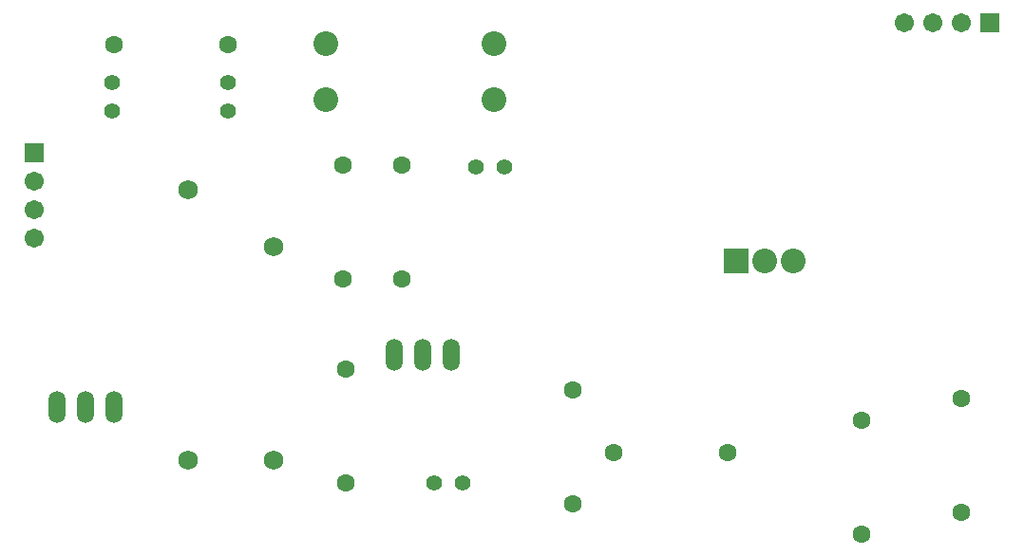
<source format=gbs>
G04*
G04 #@! TF.GenerationSoftware,Altium Limited,Altium Designer,21.6.4 (81)*
G04*
G04 Layer_Color=16711935*
%FSLAX25Y25*%
%MOIN*%
G70*
G04*
G04 #@! TF.SameCoordinates,5C3FC4FD-EDC0-4224-B471-B9A6CD0CAB0C*
G04*
G04*
G04 #@! TF.FilePolarity,Negative*
G04*
G01*
G75*
%ADD13C,0.06706*%
%ADD14R,0.06706X0.06706*%
%ADD15C,0.06312*%
%ADD16O,0.06000X0.11200*%
%ADD17C,0.05524*%
%ADD18C,0.08713*%
%ADD19R,0.08713X0.08713*%
%ADD20C,0.06800*%
%ADD21C,0.08674*%
%ADD22R,0.06706X0.06706*%
D13*
X9498Y134500D02*
D03*
Y114500D02*
D03*
Y124500D02*
D03*
X325000Y190000D02*
D03*
X315000D02*
D03*
X335000D02*
D03*
D14*
X9498Y144500D02*
D03*
D15*
X213000Y39000D02*
D03*
X253000D02*
D03*
X335000Y18000D02*
D03*
Y58000D02*
D03*
X198500Y21000D02*
D03*
Y61000D02*
D03*
X119000Y28500D02*
D03*
Y68500D02*
D03*
X300000Y50500D02*
D03*
Y10500D02*
D03*
X37500Y182500D02*
D03*
X77500D02*
D03*
X138500Y140000D02*
D03*
Y100000D02*
D03*
X118000D02*
D03*
Y140000D02*
D03*
D16*
X17645Y54915D02*
D03*
X37645D02*
D03*
X27645D02*
D03*
X146000Y73500D02*
D03*
X136000D02*
D03*
X156000D02*
D03*
D17*
X150000Y28500D02*
D03*
X160000D02*
D03*
X37000Y169000D02*
D03*
Y159000D02*
D03*
X77500Y169000D02*
D03*
Y159000D02*
D03*
X174500Y139500D02*
D03*
X164500D02*
D03*
D18*
X276000Y106500D02*
D03*
X266000D02*
D03*
D19*
X256000D02*
D03*
D20*
X63500Y131500D02*
D03*
X93500Y36500D02*
D03*
Y111500D02*
D03*
X63500Y36500D02*
D03*
D21*
X171028Y182843D02*
D03*
X111972D02*
D03*
Y163157D02*
D03*
X171028D02*
D03*
D22*
X345000Y190000D02*
D03*
M02*

</source>
